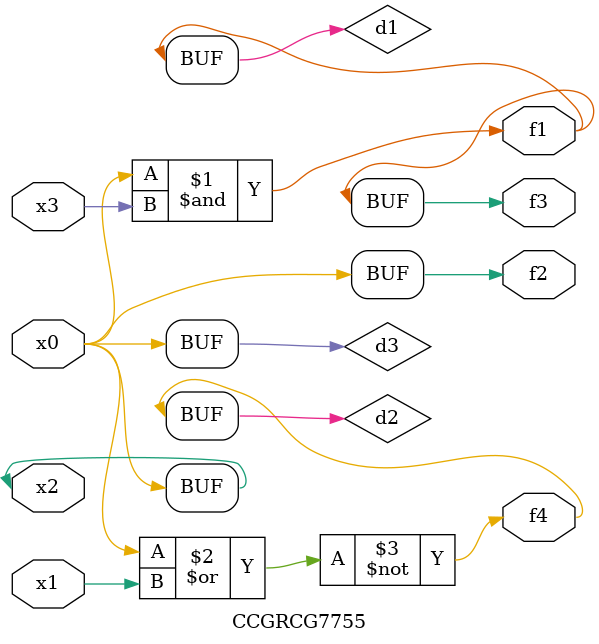
<source format=v>
module CCGRCG7755(
	input x0, x1, x2, x3,
	output f1, f2, f3, f4
);

	wire d1, d2, d3;

	and (d1, x2, x3);
	nor (d2, x0, x1);
	buf (d3, x0, x2);
	assign f1 = d1;
	assign f2 = d3;
	assign f3 = d1;
	assign f4 = d2;
endmodule

</source>
